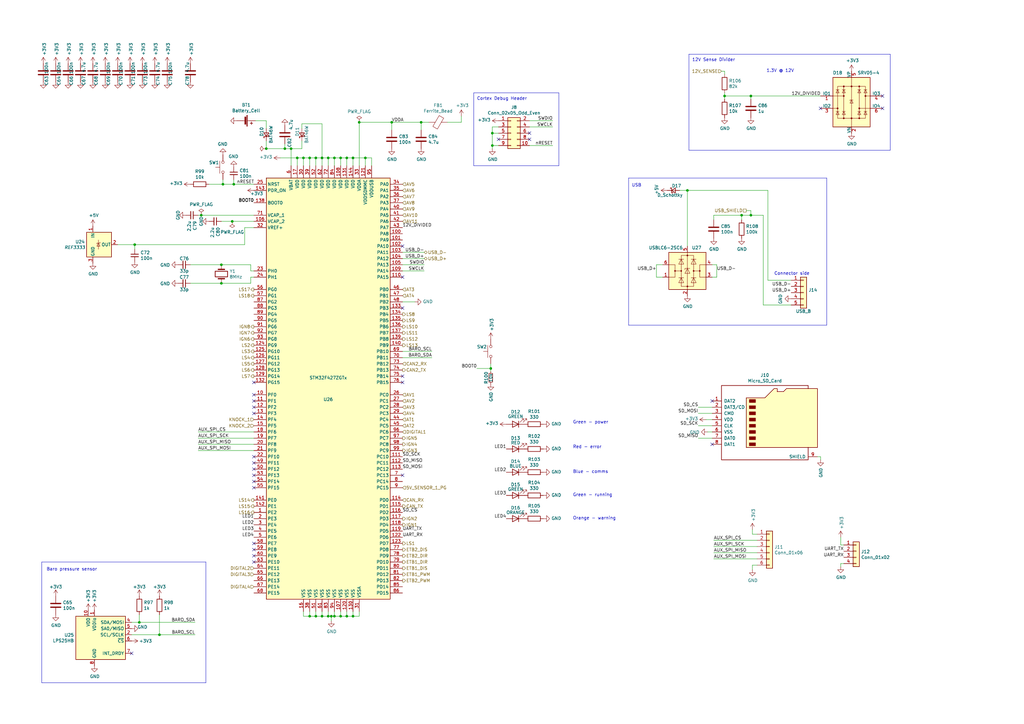
<source format=kicad_sch>
(kicad_sch (version 20230121) (generator eeschema)
  (paper "A3")
  (title_block (title "rusEfi Proteus") (date "2022-04-09") (rev "v0.7") (company "rusEFI") (comment 1 "github.com/mck1117/proteus") (comment 2 "rusefi.com/s/proteus"))
  (junction (at 172.72 50.165))
  (junction (at 134.62 252.73))
  (junction (at 65.405 260.35))
  (junction (at 90.805 108.585))
  (junction (at 132.08 64.77))
  (junction (at 281.94 78.105))
  (junction (at 142.24 64.77))
  (junction (at 160.655 50.165))
  (junction (at 129.54 64.77))
  (junction (at 129.54 252.73))
  (junction (at 149.86 64.77))
  (junction (at 201.295 151.13))
  (junction (at 119.38 60.96))
  (junction (at 109.22 60.96))
  (junction (at 127 64.77))
  (junction (at 307.975 88.265))
  (junction (at 121.92 64.77))
  (junction (at 201.93 54.61))
  (junction (at 307.975 39.37))
  (junction (at 137.16 64.77))
  (junction (at 297.18 39.37))
  (junction (at 95.25 90.805))
  (junction (at 116.84 60.96))
  (junction (at 132.08 252.73))
  (junction (at 139.7 252.73))
  (junction (at 142.24 252.73))
  (junction (at 134.62 64.77))
  (junction (at 201.93 59.69))
  (junction (at 90.805 116.205))
  (junction (at 124.46 64.77))
  (junction (at 135.89 252.73))
  (junction (at 137.16 252.73))
  (junction (at 147.32 50.165))
  (junction (at 91.44 75.565))
  (junction (at 144.78 64.77))
  (junction (at 139.7 64.77))
  (junction (at 95.885 75.565))
  (junction (at 304.165 88.265))
  (junction (at 55.245 100.33))
  (junction (at 144.78 252.73))
  (junction (at 82.55 88.265))
  (junction (at 127 252.73))
  (junction (at 57.15 255.27))
  (no_connect (at 217.17 54.61))
  (no_connect (at 217.17 57.15))
  (no_connect (at 104.14 156.845))
  (no_connect (at 104.14 227.965))
  (no_connect (at 104.14 197.485))
  (no_connect (at 165.1 126.365))
  (no_connect (at 165.1 154.305))
  (no_connect (at 104.14 189.865))
  (no_connect (at 104.14 164.465))
  (no_connect (at 104.14 167.005))
  (no_connect (at 53.975 267.97))
  (no_connect (at 292.1 182.245))
  (no_connect (at 165.1 194.945))
  (no_connect (at 104.14 222.885))
  (no_connect (at 104.14 187.325))
  (no_connect (at 104.14 230.505))
  (no_connect (at 104.14 192.405))
  (no_connect (at 104.14 161.925))
  (no_connect (at 104.14 200.025))
  (no_connect (at 104.14 169.545))
  (no_connect (at 204.47 57.15))
  (no_connect (at 104.14 225.425))
  (no_connect (at 336.55 44.45))
  (no_connect (at 104.14 194.945))
  (no_connect (at 165.1 100.965))
  (no_connect (at 165.1 113.665))
  (no_connect (at 361.95 39.37))
  (no_connect (at 361.95 44.45))
  (no_connect (at 165.1 156.845))
  (no_connect (at 292.1 164.465))
  (wire (pts (xy 104.14 182.245) (xy 81.28 182.245)))
  (wire (pts (xy 292.1 108.585) (xy 294.005 108.585)))
  (wire (pts (xy 137.16 252.73) (xy 139.7 252.73)))
  (wire (pts (xy 53.975 255.27) (xy 57.15 255.27)))
  (wire (pts (xy 129.54 64.77) (xy 129.54 67.945)))
  (wire (pts (xy 308.61 231.775) (xy 310.515 231.775)))
  (wire (pts (xy 142.24 64.77) (xy 142.24 67.945)))
  (wire (pts (xy 65.405 260.35) (xy 80.01 260.35)))
  (wire (pts (xy 297.18 29.21) (xy 295.91 29.21)))
  (wire (pts (xy 314.96 78.105) (xy 281.94 78.105)))
  (polyline (pts (xy 17.145 230.505) (xy 17.145 280.035)))
  (wire (pts (xy 129.54 250.825) (xy 129.54 252.73)))
  (wire (pts (xy 201.93 54.61) (xy 201.93 52.07)))
  (wire (pts (xy 306.07 86.36) (xy 307.975 86.36)))
  (wire (pts (xy 308.61 219.075) (xy 310.515 219.075)))
  (polyline (pts (xy 84.455 230.505) (xy 17.145 230.505)))
  (wire (pts (xy 201.93 59.69) (xy 201.93 60.96)))
  (wire (pts (xy 95.25 90.805) (xy 104.14 90.805)))
  (wire (pts (xy 55.245 100.33) (xy 100.33 100.33)))
  (wire (pts (xy 144.78 252.73) (xy 144.78 250.825)))
  (wire (pts (xy 183.515 50.165) (xy 189.23 50.165)))
  (wire (pts (xy 135.89 252.73) (xy 137.16 252.73)))
  (wire (pts (xy 201.295 151.13) (xy 201.295 149.225)))
  (wire (pts (xy 152.4 64.77) (xy 149.86 64.77)))
  (wire (pts (xy 152.4 67.945) (xy 152.4 64.77)))
  (wire (pts (xy 53.975 260.35) (xy 65.405 260.35)))
  (wire (pts (xy 124.46 64.77) (xy 124.46 67.945)))
  (wire (pts (xy 344.805 231.14) (xy 346.075 231.14)))
  (wire (pts (xy 172.72 50.165) (xy 175.895 50.165)))
  (wire (pts (xy 127 64.77) (xy 127 67.945)))
  (wire (pts (xy 281.94 100.965) (xy 281.94 78.105)))
  (wire (pts (xy 48.26 100.33) (xy 55.245 100.33)))
  (wire (pts (xy 307.975 88.265) (xy 304.165 88.265)))
  (wire (pts (xy 149.86 64.77) (xy 149.86 67.945)))
  (wire (pts (xy 290.195 177.165) (xy 292.1 177.165)))
  (wire (pts (xy 304.165 88.265) (xy 292.735 88.265)))
  (wire (pts (xy 82.55 88.265) (xy 81.28 88.265)))
  (wire (pts (xy 137.16 64.77) (xy 139.7 64.77)))
  (polyline (pts (xy 257.81 73.025) (xy 339.09 73.025)))
  (wire (pts (xy 137.16 67.945) (xy 137.16 64.77)))
  (wire (pts (xy 109.22 49.53) (xy 109.22 52.705)))
  (wire (pts (xy 55.245 100.33) (xy 55.245 102.235)))
  (wire (pts (xy 307.975 39.37) (xy 336.55 39.37)))
  (wire (pts (xy 121.92 64.77) (xy 124.46 64.77)))
  (polyline (pts (xy 229.235 38.1) (xy 229.235 67.945)))
  (wire (pts (xy 132.08 64.77) (xy 134.62 64.77)))
  (wire (pts (xy 144.78 64.77) (xy 144.78 67.945)))
  (wire (pts (xy 139.7 250.825) (xy 139.7 252.73)))
  (wire (pts (xy 308.61 233.68) (xy 308.61 231.775)))
  (wire (pts (xy 57.15 252.095) (xy 57.15 255.27)))
  (polyline (pts (xy 194.31 38.1) (xy 229.235 38.1)))
  (wire (pts (xy 292.735 221.615) (xy 310.515 221.615)))
  (wire (pts (xy 201.93 52.07) (xy 204.47 52.07)))
  (wire (pts (xy 104.775 49.53) (xy 109.22 49.53)))
  (wire (pts (xy 57.15 255.27) (xy 80.01 255.27)))
  (wire (pts (xy 165.1 146.685) (xy 177.165 146.685)))
  (wire (pts (xy 116.84 60.96) (xy 109.22 60.96)))
  (wire (pts (xy 292.1 113.665) (xy 294.005 113.665)))
  (wire (pts (xy 137.16 250.825) (xy 137.16 252.73)))
  (wire (pts (xy 129.54 252.73) (xy 132.08 252.73)))
  (wire (pts (xy 95.885 75.565) (xy 95.885 73.66)))
  (wire (pts (xy 123.825 60.96) (xy 119.38 60.96)))
  (polyline (pts (xy 365.125 61.595) (xy 365.125 22.225)))
  (wire (pts (xy 134.62 64.77) (xy 137.16 64.77)))
  (wire (pts (xy 313.055 125.095) (xy 324.485 125.095)))
  (polyline (pts (xy 194.31 67.945) (xy 229.235 67.945)))
  (polyline (pts (xy 257.81 133.35) (xy 257.81 73.025)))
  (wire (pts (xy 147.32 50.165) (xy 147.32 67.945)))
  (wire (pts (xy 132.08 67.945) (xy 132.08 64.77)))
  (wire (pts (xy 297.18 30.48) (xy 297.18 29.21)))
  (wire (pts (xy 104.14 111.125) (xy 102.87 111.125)))
  (wire (pts (xy 142.24 64.77) (xy 144.78 64.77)))
  (wire (pts (xy 189.23 50.165) (xy 189.23 47.625)))
  (wire (pts (xy 173.99 111.125) (xy 165.1 111.125)))
  (wire (pts (xy 129.54 64.77) (xy 132.08 64.77)))
  (wire (pts (xy 114.935 64.77) (xy 121.92 64.77)))
  (wire (pts (xy 127 64.77) (xy 129.54 64.77)))
  (wire (pts (xy 269.24 108.585) (xy 271.78 108.585)))
  (wire (pts (xy 173.99 103.505) (xy 165.1 103.505)))
  (wire (pts (xy 127 252.73) (xy 129.54 252.73)))
  (wire (pts (xy 292.735 224.155) (xy 310.515 224.155)))
  (wire (pts (xy 286.385 167.005) (xy 292.1 167.005)))
  (wire (pts (xy 102.87 111.125) (xy 102.87 108.585)))
  (wire (pts (xy 90.805 108.585) (xy 102.87 108.585)))
  (wire (pts (xy 132.08 250.825) (xy 132.08 252.73)))
  (wire (pts (xy 201.93 59.69) (xy 201.93 54.61)))
  (wire (pts (xy 297.18 39.37) (xy 307.975 39.37)))
  (wire (pts (xy 165.1 106.045) (xy 173.99 106.045)))
  (wire (pts (xy 304.165 90.17) (xy 304.165 88.265)))
  (wire (pts (xy 286.385 169.545) (xy 292.1 169.545)))
  (wire (pts (xy 81.28 179.705) (xy 104.14 179.705)))
  (wire (pts (xy 134.62 252.73) (xy 134.62 250.825)))
  (wire (pts (xy 173.99 108.585) (xy 165.1 108.585)))
  (wire (pts (xy 201.295 151.13) (xy 195.58 151.13)))
  (wire (pts (xy 281.94 78.105) (xy 278.765 78.105)))
  (wire (pts (xy 104.14 88.265) (xy 82.55 88.265)))
  (wire (pts (xy 144.78 252.73) (xy 147.32 252.73)))
  (wire (pts (xy 269.24 113.665) (xy 271.78 113.665)))
  (wire (pts (xy 139.7 252.73) (xy 142.24 252.73)))
  (wire (pts (xy 121.92 64.77) (xy 121.92 67.945)))
  (wire (pts (xy 217.17 52.07) (xy 226.695 52.07)))
  (wire (pts (xy 119.38 60.96) (xy 116.84 60.96)))
  (wire (pts (xy 90.805 108.585) (xy 78.105 108.585)))
  (wire (pts (xy 85.725 75.565) (xy 91.44 75.565)))
  (wire (pts (xy 95.885 75.565) (xy 104.14 75.565)))
  (wire (pts (xy 102.87 116.205) (xy 102.87 113.665)))
  (wire (pts (xy 65.405 252.095) (xy 65.405 260.35)))
  (polyline (pts (xy 282.575 22.225) (xy 365.125 22.225)))
  (wire (pts (xy 201.295 152.4) (xy 201.295 151.13)))
  (wire (pts (xy 90.805 116.205) (xy 102.87 116.205)))
  (wire (pts (xy 91.44 75.565) (xy 95.885 75.565)))
  (wire (pts (xy 324.485 114.935) (xy 314.96 114.935)))
  (wire (pts (xy 144.78 64.77) (xy 149.86 64.77)))
  (wire (pts (xy 217.17 49.53) (xy 226.695 49.53)))
  (polyline (pts (xy 339.09 73.025) (xy 339.09 133.35)))
  (wire (pts (xy 123.825 57.785) (xy 123.825 60.96)))
  (wire (pts (xy 124.46 252.73) (xy 127 252.73)))
  (polyline (pts (xy 282.575 22.225) (xy 282.575 61.595)))
  (wire (pts (xy 172.72 50.165) (xy 160.655 50.165)))
  (wire (pts (xy 139.7 64.77) (xy 142.24 64.77)))
  (wire (pts (xy 160.655 50.165) (xy 160.655 53.34)))
  (wire (pts (xy 204.47 54.61) (xy 201.93 54.61)))
  (wire (pts (xy 81.28 177.165) (xy 104.14 177.165)))
  (wire (pts (xy 297.18 39.37) (xy 297.18 40.64)))
  (wire (pts (xy 142.24 252.73) (xy 144.78 252.73)))
  (wire (pts (xy 307.975 39.37) (xy 307.975 40.64)))
  (wire (pts (xy 344.805 220.345) (xy 344.805 223.52)))
  (wire (pts (xy 102.87 113.665) (xy 104.14 113.665)))
  (wire (pts (xy 170.18 123.825) (xy 165.1 123.825)))
  (wire (pts (xy 132.08 64.77) (xy 132.08 50.8)))
  (polyline (pts (xy 194.31 38.1) (xy 194.31 67.945)))
  (wire (pts (xy 147.32 50.165) (xy 160.655 50.165)))
  (wire (pts (xy 78.105 116.205) (xy 90.805 116.205)))
  (wire (pts (xy 226.695 59.69) (xy 217.17 59.69)))
  (wire (pts (xy 344.805 232.41) (xy 344.805 231.14)))
  (wire (pts (xy 286.385 179.705) (xy 292.1 179.705)))
  (wire (pts (xy 135.89 254.635) (xy 135.89 252.73)))
  (wire (pts (xy 289.56 172.085) (xy 292.1 172.085)))
  (wire (pts (xy 139.7 67.945) (xy 139.7 64.77)))
  (wire (pts (xy 147.32 252.73) (xy 147.32 250.825)))
  (wire (pts (xy 269.24 108.585) (xy 269.24 113.665)))
  (wire (pts (xy 116.84 59.055) (xy 116.84 60.96)))
  (wire (pts (xy 132.08 252.73) (xy 134.62 252.73)))
  (polyline (pts (xy 339.09 133.35) (xy 257.81 133.35)))
  (wire (pts (xy 313.055 88.265) (xy 313.055 125.095)))
  (wire (pts (xy 100.33 93.345) (xy 104.14 93.345)))
  (wire (pts (xy 310.515 226.695) (xy 292.735 226.695)))
  (wire (pts (xy 90.805 90.805) (xy 95.25 90.805)))
  (wire (pts (xy 310.515 229.235) (xy 292.735 229.235)))
  (wire (pts (xy 172.72 53.34) (xy 172.72 50.165)))
  (wire (pts (xy 134.62 252.73) (xy 135.89 252.73)))
  (wire (pts (xy 123.825 50.8) (xy 123.825 52.705)))
  (wire (pts (xy 314.96 78.105) (xy 314.96 114.935)))
  (polyline (pts (xy 282.575 61.595) (xy 365.125 61.595)))
  (wire (pts (xy 124.46 250.825) (xy 124.46 252.73)))
  (wire (pts (xy 308.61 217.17) (xy 308.61 219.075)))
  (wire (pts (xy 104.14 184.785) (xy 81.28 184.785)))
  (wire (pts (xy 286.385 174.625) (xy 292.1 174.625)))
  (wire (pts (xy 204.47 59.69) (xy 201.93 59.69)))
  (wire (pts (xy 119.38 60.96) (xy 119.38 67.945)))
  (wire (pts (xy 124.46 64.77) (xy 127 64.77)))
  (wire (pts (xy 336.55 188.595) (xy 336.55 187.325)))
  (wire (pts (xy 109.22 60.96) (xy 109.22 57.785)))
  (wire (pts (xy 294.005 108.585) (xy 294.005 113.665)))
  (wire (pts (xy 177.165 144.145) (xy 165.1 144.145)))
  (polyline (pts (xy 84.455 280.035) (xy 84.455 230.505)))
  (wire (pts (xy 132.08 50.8) (xy 123.825 50.8)))
  (wire (pts (xy 336.55 187.325) (xy 335.28 187.325)))
  (polyline (pts (xy 17.145 280.035) (xy 84.455 280.035)))
  (wire (pts (xy 297.18 38.1) (xy 297.18 39.37)))
  (wire (pts (xy 307.975 86.36) (xy 307.975 88.265)))
  (wire (pts (xy 100.33 93.345) (xy 100.33 100.33)))
  (wire (pts (xy 292.735 88.265) (xy 292.735 90.17)))
  (wire (pts (xy 344.805 223.52) (xy 346.075 223.52)))
  (wire (pts (xy 313.055 88.265) (xy 307.975 88.265)))
  (wire (pts (xy 127 252.73) (xy 127 250.825)))
  (wire (pts (xy 134.62 67.945) (xy 134.62 64.77)))
  (wire (pts (xy 142.24 252.73) (xy 142.24 250.825)))
  (wire (pts (xy 91.44 73.66) (xy 91.44 75.565)))
  (text "Orange - warning" (at 234.95 213.36 0) (effects (font (size 1.27 1.27)) (justify left bottom)))
  (text "Connector side" (at 317.5 113.03 0) (effects (font (size 1.27 1.27)) (justify left bottom)))
  (text "USB" (at 259.08 76.835 0) (effects (font (size 1.27 1.27)) (justify left bottom)))
  (text "1.3V @ 12V" (at 314.325 29.845 0) (effects (font (size 1.27 1.27)) (justify left bottom)))
  (text "Cortex Debug Header" (at 195.58 41.275 0) (effects (font (size 1.27 1.27)) (justify left bottom)))
  (text "Baro pressure sensor" (at 19.05 234.315 0) (effects (font (size 1.27 1.27)) (justify left bottom)))
  (text "Blue - comms" (at 234.95 194.31 0) (effects (font (size 1.27 1.27)) (justify left bottom)))
  (text "Green - power" (at 234.95 173.99 0) (effects (font (size 1.27 1.27)) (justify left bottom)))
  (text "12V Sense Divider" (at 283.845 25.4 0) (effects (font (size 1.27 1.27)) (justify left bottom)))
  (text "Red - error" (at 234.95 184.15 0) (effects (font (size 1.27 1.27)) (justify left bottom)))
  (text "Green - running" (at 234.95 203.835 0) (effects (font (size 1.27 1.27)) (justify left bottom)))
  (label "12V_DIVIDED" (at 336.55 39.37 180))
  (label "SD_CS" (at 286.385 167.005 180))
  (label "AUX_SPI_MOSI" (at 292.735 229.235 0))
  (label "VDDA" (at 160.655 50.165 0))
  (label "AUX_SPI_CS" (at 292.735 221.615 0))
  (label "BOOT0" (at 195.58 151.13 180))
  (label "LED1" (at 207.645 184.15 180))
  (label "LED4" (at 104.14 220.345 180))
  (label "12V_DIVIDED" (at 165.1 93.345 0))
  (label "SWCLK" (at 226.695 52.07 180))
  (label "USB_D-" (at 173.99 103.505 180))
  (label "LED3" (at 207.645 203.2 180))
  (label "SD_SCK" (at 286.385 174.625 180))
  (label "SWDIO" (at 173.99 108.585 180))
  (label "AUX_SPI_MISO" (at 81.28 182.245 0))
  (label "SWDIO" (at 226.695 49.53 180))
  (label "SD_MISO" (at 165.1 189.865 0))
  (label "USB_D+" (at 324.485 120.015 180))
  (label "USB_D-" (at 324.485 117.475 180))
  (label "SD_MISO" (at 286.385 179.705 180))
  (label "BARO_SDA" (at 80.01 255.27 180))
  (label "LED3" (at 104.14 217.805 180))
  (label "BARO_SCL" (at 177.165 144.145 180))
  (label "SD_MOSI" (at 165.1 192.405 0))
  (label "AUX_SPI_CS" (at 81.28 177.165 0))
  (label "LED2" (at 207.645 193.675 180))
  (label "BARO_SCL" (at 80.01 260.35 180))
  (label "BARO_SDA" (at 177.165 146.685 180))
  (label "SD_SCK" (at 165.1 187.325 0))
  (label "USB_D+" (at 173.99 106.045 180))
  (label "USB_D+" (at 269.24 111.125 180))
  (label "SWCLK" (at 173.99 111.125 180))
  (label "AUX_SPI_MOSI" (at 81.28 184.785 0))
  (label "SD_MOSI" (at 286.385 169.545 180))
  (label "nRESET" (at 226.695 59.69 180))
  (label "LED2" (at 104.14 215.265 180))
  (label "USB_D-" (at 294.005 111.125 0))
  (label "UART_RX" (at 346.075 228.6 180))
  (label "LED1" (at 104.14 212.725 180))
  (label "nRESET" (at 97.155 75.565 0))
  (label "UART_TX" (at 165.1 217.805 0))
  (label "AUX_SPI_SCK" (at 81.28 179.705 0))
  (label "AUX_SPI_SCK" (at 292.735 224.155 0))
  (label "UART_RX" (at 165.1 220.345 0))
  (label "SD_CS" (at 165.1 210.185 0))
  (label "UART_TX" (at 346.075 226.06 180))
  (label "LED4" (at 207.645 212.725 180))
  (label "AUX_SPI_MISO" (at 292.735 226.695 0))
  (label "BOOT0" (at 104.14 83.185 180))
  (label "BOOT0" (at 104.14 83.185 180))
  (hierarchical_label "USB_D-" (shape bidirectional) (at 173.99 103.505 0))
  (hierarchical_label "AT1" (shape input) (at 165.1 172.085 0))
  (hierarchical_label "ETB1_PWM" (shape output) (at 165.1 235.585 0))
  (hierarchical_label "IGN2" (shape output) (at 165.1 212.725 0))
  (hierarchical_label "IGN4" (shape output) (at 165.1 182.245 0))
  (hierarchical_label "CAN_RX" (shape input) (at 165.1 205.105 0))
  (hierarchical_label "DIGITAL1" (shape input) (at 165.1 177.165 0))
  (hierarchical_label "LS8" (shape output) (at 165.1 128.905 0))
  (hierarchical_label "CAN2_TX" (shape output) (at 165.1 151.765 0))
  (hierarchical_label "AV8" (shape input) (at 165.1 83.185 0))
  (hierarchical_label "12V_SENSE" (shape input) (at 295.91 29.21 180))
  (hierarchical_label "ETB2_PWM" (shape output) (at 165.1 238.125 0))
  (hierarchical_label "LS18" (shape output) (at 104.14 121.285 180))
  (hierarchical_label "KNOCK_1" (shape input) (at 104.14 172.085 180))
  (hierarchical_label "LS5" (shape output) (at 104.14 149.225 180))
  (hierarchical_label "ETB2_DIS" (shape output) (at 165.1 225.425 0))
  (hierarchical_label "ETB1_DIR" (shape output) (at 165.1 230.505 0))
  (hierarchical_label "AV6" (shape input) (at 165.1 78.105 0))
  (hierarchical_label "LS12" (shape output) (at 165.1 139.065 0))
  (hierarchical_label "AV11" (shape input) (at 165.1 90.805 0))
  (hierarchical_label "AV5" (shape input) (at 165.1 75.565 0))
  (hierarchical_label "LS7" (shape output) (at 104.14 154.305 180))
  (hierarchical_label "LS17" (shape output) (at 104.14 118.745 180))
  (hierarchical_label "AT3" (shape input) (at 165.1 118.745 0))
  (hierarchical_label "LS15" (shape output) (at 104.14 207.645 180))
  (hierarchical_label "AV4" (shape input) (at 165.1 169.545 0))
  (hierarchical_label "AT4" (shape input) (at 165.1 121.285 0))
  (hierarchical_label "DIGITAL2" (shape input) (at 104.14 233.045 180))
  (hierarchical_label "ETB2_DIR" (shape output) (at 165.1 227.965 0))
  (hierarchical_label "LS11" (shape output) (at 165.1 136.525 0))
  (hierarchical_label "LS6" (shape output) (at 104.14 151.765 180))
  (hierarchical_label "LS13" (shape output) (at 165.1 141.605 0))
  (hierarchical_label "AV3" (shape input) (at 165.1 167.005 0))
  (hierarchical_label "LS2" (shape output) (at 104.14 141.605 180))
  (hierarchical_label "IGN8" (shape output) (at 104.14 133.985 180))
  (hierarchical_label "IGN1" (shape output) (at 165.1 215.265 0))
  (hierarchical_label "CAN_TX" (shape output) (at 165.1 207.645 0))
  (hierarchical_label "5V_SENSOR_1_PG" (shape input) (at 165.1 200.025 0))
  (hierarchical_label "KNOCK_2" (shape input) (at 104.14 174.625 180))
  (hierarchical_label "USB_D+" (shape bidirectional) (at 173.99 106.045 0))
  (hierarchical_label "LS14" (shape output) (at 104.14 205.105 180))
  (hierarchical_label "DIGITAL3" (shape input) (at 104.14 235.585 180))
  (hierarchical_label "LS3" (shape output) (at 104.14 144.145 180))
  (hierarchical_label "IGN6" (shape output) (at 104.14 139.065 180))
  (hierarchical_label "AV1" (shape input) (at 165.1 161.925 0))
  (hierarchical_label "ETB1_DIS" (shape output) (at 165.1 233.045 0))
  (hierarchical_label "DIGITAL4" (shape input) (at 104.14 240.665 180))
  (hierarchical_label "LS9" (shape output) (at 165.1 131.445 0))
  (hierarchical_label "LS16" (shape output) (at 104.14 210.185 180))
  (hierarchical_label "LS4" (shape output) (at 104.14 146.685 180))
  (hierarchical_label "USB_SHIELD" (shape passive) (at 306.07 86.36 180))
  (hierarchical_label "LS10" (shape output) (at 165.1 133.985 0))
  (hierarchical_label "IGN5" (shape output) (at 165.1 179.705 0))
  (hierarchical_label "AV10" (shape input) (at 165.1 88.265 0))
  (hierarchical_label "AV2" (shape input) (at 165.1 164.465 0))
  (hierarchical_label "IGN7" (shape output) (at 104.14 136.525 180))
  (hierarchical_label "AV9" (shape input) (at 165.1 85.725 0))
  (hierarchical_label "LS1" (shape output) (at 165.1 222.885 0))
  (hierarchical_label "AV7" (shape input) (at 165.1 80.645 0))
  (hierarchical_label "CAN2_RX" (shape input) (at 165.1 149.225 0))
  (hierarchical_label "AT2" (shape input) (at 165.1 174.625 0))
  (hierarchical_label "IGN3" (shape output) (at 165.1 184.785 0))
  (symbol (lib_id "MCU_ST_STM32F7:STM32F767ZITx") (at 134.62 159.385 0) (unit 1)
    (property "Reference" "U26" (at 134.62 163.83 0))
    (property "Value" "STM32F427ZGTx" (at 134.62 154.94 0))
    (property "Footprint" "Package_QFP:LQFP-144_20x20mm_P0.5mm" (effects hide))
    (property "Datasheet" "http://www.st.com/st-web-ui/static/active/en/resource/technical/document/datasheet/DM00273119.pdf" (effects hide))
    (property "PN" "STM32F767ZIT6" (effects hide))
    (property "LCSC" "C117816" (effects hide))
  )
  (symbol (lib_id "Device:C") (at 43.18 29.845 0) (mirror x) (unit 1)
    (property "Reference" "C69" (at 44.45 31.115 90) (effects (justify left)))
    (property "Value" "100n" (at 44.45 25.4 90) (effects (justify left)))
    (property "Footprint" "Capacitor_SMD:C_0603_1608Metric" (effects hide))
    (property "LCSC" "C14663" (effects hide))
    (property "LCSC_ext" "0" (effects hide))
  )
  (symbol (lib_id "Device:C") (at 48.26 29.845 0) (mirror x) (unit 1)
    (property "Reference" "C70" (at 49.53 31.115 90) (effects (justify left)))
    (property "Value" "100n" (at 49.53 25.4 90) (effects (justify left)))
    (property "Footprint" "Capacitor_SMD:C_0603_1608Metric" (effects hide))
    (property "LCSC" "C14663" (effects hide))
    (property "LCSC_ext" "0" (effects hide))
  )
  (symbol (lib_id "Device:C") (at 53.34 29.845 0) (mirror x) (unit 1)
    (property "Reference" "C71" (at 54.61 31.115 90) (effects (justify left)))
    (property "Value" "100n" (at 54.61 25.4 90) (effects (justify left)))
    (property "Footprint" "Capacitor_SMD:C_0603_1608Metric" (effects hide))
    (property "LCSC" "C14663" (effects hide))
    (property "LCSC_ext" "0" (effects hide))
  )
  (symbol (lib_id "Device:C") (at 58.42 29.845 0) (mirror x) (unit 1)
    (property "Reference" "C73" (at 59.69 31.115 90) (effects (justify left)))
    (property "Value" "100n" (at 59.69 25.4 90) (effects (justify left)))
    (property "Footprint" "Capacitor_SMD:C_0603_1608Metric" (effects hide))
    (property "LCSC" "C14663" (effects hide))
    (property "LCSC_ext" "0" (effects hide))
  )
  (symbol (lib_id "Device:C") (at 63.5 29.845 0) (mirror x) (unit 1)
    (property "Reference" "C74" (at 64.77 31.115 90) (effects (justify left)))
    (property "Value" "4.7u" (at 64.77 25.4 90) (effects (justify left)))
    (property "Footprint" "Capacitor_SMD:C_0603_1608Metric" (effects hide))
    (property "PN" "CGA3E2X7R1H103M080AA" (effects hide))
    (property "LCSC" "C19666" (effects hide))
    (property "LCSC_ext" "0" (effects hide))
  )
  (symbol (lib_id "Device:C") (at 68.58 29.845 0) (mirror x) (unit 1)
    (property "Reference" "C75" (at 69.85 31.115 90) (effects (justify left)))
    (property "Value" "100n" (at 69.85 25.4 90) (effects (justify left)))
    (property "Footprint" "Capacitor_SMD:C_0603_1608Metric" (effects hide))
    (property "LCSC" "C14663" (effects hide))
    (property "LCSC_ext" "0" (effects hide))
  )
  (symbol (lib_id "power:GND") (at 22.86 33.655 0) (mirror y) (unit 1)
    (property "Reference" "#PWR0153" (effects hide))
    (property "Value" "GND" (effects hide))
  )
  (symbol (lib_id "power:GND") (at 27.94 33.655 0) (mirror y) (unit 1)
    (property "Reference" "#PWR0157" (effects hide))
    (property "Value" "GND" (effects hide))
  )
  (symbol (lib_id "power:GND") (at 33.02 33.655 0) (mirror y) (unit 1)
    (property "Reference" "#PWR0159" (effects hide))
    (property "Value" "GND" (effects hide))
  )
  (symbol (lib_id "power:GND") (at 38.1 33.655 0) (mirror y) (unit 1)
    (property "Reference" "#PWR0162" (effects hide))
    (property "Value" "GND" (effects hide))
  )
  (symbol (lib_id "power:GND") (at 43.18 33.655 0) (mirror y) (unit 1)
    (property "Reference" "#PWR0168" (effects hide))
    (property "Value" "GND" (effects hide))
  )
  (symbol (lib_id "power:GND") (at 48.26 33.655 0) (mirror y) (unit 1)
    (property "Reference" "#PWR0170" (effects hide))
    (property "Value" "GND" (effects hide))
  )
  (symbol (lib_id "power:GND") (at 53.34 33.655 0) (mirror y) (unit 1)
    (property "Reference" "#PWR0172" (effects hide))
    (property "Value" "GND" (effects hide))
  )
  (symbol (lib_id "power:GND") (at 58.42 33.655 0) (mirror y) (unit 1)
    (property "Reference" "#PWR0178" (effects hide))
    (property "Value" "GND" (effects hide))
  )
  (symbol (lib_id "power:GND") (at 63.5 33.655 0) (mirror y) (unit 1)
    (property "Reference" "#PWR0180" (effects hide))
    (property "Value" "GND" (effects hide))
  )
  (symbol (lib_id "power:GND") (at 68.58 33.655 0) (mirror y) (unit 1)
    (property "Reference" "#PWR0183" (effects hide))
    (property "Value" "GND" (effects hide))
  )
  (symbol (lib_id "Device:C") (at 78.105 29.845 180) (unit 1)
    (property "Reference" "C78" (at 76.835 31.115 90) (effects (justify left)))
    (property "Value" "4.7u" (at 76.835 25.4 90) (effects (justify left)))
    (property "Footprint" "Capacitor_SMD:C_0603_1608Metric" (effects hide))
    (property "PN" "CGA3E2X7R1H103M080AA" (effects hide))
    (property "LCSC" "C19666" (effects hide))
    (property "LCSC_ext" "0" (effects hide))
  )
  (symbol (lib_id "power:GND") (at 78.105 33.655 0) (unit 1)
    (property "Reference" "#PWR0188" (effects hide))
    (property "Value" "GND" (effects hide))
  )
  (symbol (lib_id "Device:LED") (at 211.455 173.99 180) (unit 1)
    (property "Reference" "D12" (at 211.455 168.91 0))
    (property "Value" "GREEN" (at 211.455 170.815 0))
    (property "Footprint" "LED_SMD:LED_0603_1608Metric" (effects hide))
    (property "LCSC" "C72043" (effects hide))
    (property "LCSC_ext" "0" (effects hide))
  )
  (symbol (lib_id "proteus-rescue:+3.3V-power") (at 207.645 173.99 90) (unit 1)
    (property "Reference" "#PWR0206" (effects hide))
    (property "Value" "+3.3V" (at 204.3938 173.609 90) (effects (justify left)))
  )
  (symbol (lib_id "Device:R") (at 219.075 173.99 270) (unit 1)
    (property "Reference" "R101" (at 219.075 168.7322 90))
    (property "Value" "330" (at 219.075 171.0436 90))
    (property "Footprint" "Resistor_SMD:R_0402_1005Metric" (effects hide))
    (property "LCSC" "C25104" (effects hide))
  )
  (symbol (lib_id "power:GND") (at 222.885 173.99 90) (unit 1)
    (property "Reference" "#PWR0209" (effects hide))
    (property "Value" "GND" (at 226.1362 173.863 90) (effects (justify right)))
  )
  (symbol (lib_id "Switch:SW_Push") (at 91.44 68.58 90) (unit 1)
    (property "Reference" "SW1" (at 85.725 66.675 90) (effects (justify right)))
    (property "Value" "SW_Push" (effects hide))
    (property "Footprint" "Button_Switch_SMD:SW_SPST_EVQQ2" (effects hide))
    (property "LCSC" "C318887" (effects hide))
    (property "LCSC_ext" "1" (effects hide))
  )
  (symbol (lib_id "power:GND") (at 91.44 63.5 180) (unit 1)
    (property "Reference" "#PWR0191" (effects hide))
    (property "Value" "GND" (at 91.313 59.1058 0))
  )
  (symbol (lib_id "proteus-rescue:+3.3V-power") (at 104.14 78.105 90) (unit 1)
    (property "Reference" "#PWR0194" (effects hide))
    (property "Value" "+3.3V" (at 107.95 79.375 90) (effects (justify left)))
  )
  (symbol (lib_id "power:GND") (at 135.89 254.635 0) (unit 1)
    (property "Reference" "#PWR0197" (effects hide))
    (property "Value" "GND" (at 136.017 259.0292 0))
  )
  (symbol (lib_id "proteus-rescue:+3.3V-power") (at 114.935 64.77 90) (unit 1)
    (property "Reference" "#PWR0195" (effects hide))
    (property "Value" "+3.3V" (at 111.6838 64.389 90) (effects (justify left)))
  )
  (symbol (lib_id "proteus-rescue:Ferrite_Bead-Device") (at 179.705 50.165 270) (unit 1)
    (property "Reference" "FB1" (at 179.705 43.2054 90))
    (property "Value" "Ferrite_Bead" (at 179.705 45.5168 90))
    (property "Footprint" "Inductor_SMD:L_0805_2012Metric" (effects hide))
    (property "LCSC" "C1015" (effects hide))
    (property "LCSC_ext" "0" (effects hide))
  )
  (symbol (lib_id "Device:C") (at 172.72 57.15 0) (unit 1)
    (property "Reference" "C84" (at 175.641 55.9816 0) (effects (justify left)))
    (property "Value" "4.7u" (at 175.641 58.293 0) (effects (justify left)))
    (property "Footprint" "Capacitor_SMD:C_0603_1608Metric" (effects hide))
    (property "LCSC" "C19666" (effects hide))
    (property "LCSC_ext" "0" (effects hide))
  )
  (symbol (lib_id "Device:C") (at 160.655 57.15 0) (unit 1)
    (property "Reference" "C83" (at 163.576 55.9816 0) (effects (justify left)))
    (property "Value" "100n" (at 163.576 58.293 0) (effects (justify left)))
    (property "Footprint" "Capacitor_SMD:C_0603_1608Metric" (effects hide))
    (property "LCSC" "C14663" (effects hide))
    (property "LCSC_ext" "0" (effects hide))
  )
  (symbol (lib_id "power:GND") (at 160.655 60.96 0) (unit 1)
    (property "Reference" "#PWR0198" (effects hide))
    (property "Value" "GND" (at 160.782 65.3542 0))
  )
  (symbol (lib_id "power:GND") (at 172.72 60.96 0) (unit 1)
    (property "Reference" "#PWR0200" (effects hide))
    (property "Value" "GND" (at 172.847 65.3542 0))
  )
  (symbol (lib_id "Device:C") (at 17.78 29.845 0) (mirror x) (unit 1)
    (property "Reference" "C63" (at 19.05 31.115 90) (effects (justify left)))
    (property "Value" "100n" (at 19.05 25.4 90) (effects (justify left)))
    (property "Footprint" "Capacitor_SMD:C_0603_1608Metric" (effects hide))
    (property "LCSC" "C14663" (effects hide))
    (property "LCSC_ext" "0" (effects hide))
  )
  (symbol (lib_id "Device:C") (at 22.86 29.845 0) (mirror x) (unit 1)
    (property "Reference" "C64" (at 24.13 31.115 90) (effects (justify left)))
    (property "Value" "100n" (at 24.13 25.4 90) (effects (justify left)))
    (property "Footprint" "Capacitor_SMD:C_0603_1608Metric" (effects hide))
    (property "LCSC" "C14663" (effects hide))
    (property "LCSC_ext" "0" (effects hide))
  )
  (symbol (lib_id "Device:C") (at 27.94 29.845 0) (mirror x) (unit 1)
    (property "Reference" "C66" (at 29.21 31.115 90) (effects (justify left)))
    (property "Value" "100n" (at 29.21 25.4 90) (effects (justify left)))
    (property "Footprint" "Capacitor_SMD:C_0603_1608Metric" (effects hide))
    (property "LCSC" "C14663" (effects hide))
    (property "LCSC_ext" "0" (effects hide))
  )
  (symbol (lib_id "Device:C") (at 33.02 29.845 0) (mirror x) (unit 1)
    (property "Reference" "C67" (at 34.29 31.115 90) (effects (justify left)))
    (property "Value" "4.7u" (at 34.29 25.4 90) (effects (justify left)))
    (property "Footprint" "Capacitor_SMD:C_0603_1608Metric" (effects hide))
    (property "PN" "CGA3E2X7R1H103M080AA" (effects hide))
    (property "LCSC" "C19666" (effects hide))
    (property "LCSC_ext" "0" (effects hide))
  )
  (symbol (lib_id "Device:C") (at 38.1 29.845 0) (mirror x) (unit 1)
    (property "Reference" "C68" (at 39.37 31.115 90) (effects (justify left)))
    (property "Value" "4.7u" (at 39.37 25.4 90) (effects (justify left)))
    (property "Footprint" "Capacitor_SMD:C_0603_1608Metric" (effects hide))
    (property "PN" "CGA3E2X7R1H103M080AA" (effects hide))
    (property "LCSC" "C19666" (effects hide))
    (property "LCSC_ext" "0" (effects hide))
  )
  (symbol (lib_id "power:GND") (at 17.78 33.655 0) (mirror y) (unit 1)
    (property "Reference" "#PWR0151" (effects hide))
    (property "Value" "GND" (effects hide))
  )
  (symbol (lib_id "Device:C_Small") (at 55.245 104.775 0) (unit 1)
    (property "Reference" "C72" (at 57.5818 103.6066 0) (effects (justify left)))
    (property "Value" "100n" (at 57.5818 105.918 0) (effects (justify left)))
    (property "Footprint" "Capacitor_SMD:C_0603_1608Metric" (effects hide))
    (property "LCSC" "C14663" (effects hide))
    (property "LCSC_ext" "0" (effects hide))
  )
  (symbol (lib_id "Device:C_Small") (at 88.265 90.805 270) (unit 1)
    (property "Reference" "C80" (at 89.4334 93.1418 0) (effects (justify left)))
    (property "Value" "2.2u" (at 87.122 93.1418 0) (effects (justify left)))
    (property "Footprint" "Capacitor_SMD:C_0603_1608Metric" (effects hide))
    (property "LCSC" "C23630" (effects hide))
    (property "LCSC_ext" "0" (effects hide))
  )
  (symbol (lib_id "Device:C_Small") (at 78.74 88.265 270) (unit 1)
    (property "Reference" "C79" (at 79.9084 90.6018 0) (effects (justify left)))
    (property "Value" "2.2u" (at 77.597 90.6018 0) (effects (justify left)))
    (property "Footprint" "Capacitor_SMD:C_0603_1608Metric" (effects hide))
    (property "LCSC" "C23630" (effects hide))
    (property "LCSC_ext" "0" (effects hide))
  )
  (symbol (lib_id "power:GND") (at 85.725 90.805 270) (unit 1)
    (property "Reference" "#PWR0190" (effects hide))
    (property "Value" "GND" (at 82.55 90.805 0))
  )
  (symbol (lib_id "power:GND") (at 76.2 88.265 270) (unit 1)
    (property "Reference" "#PWR0186" (effects hide))
    (property "Value" "GND" (at 73.025 88.265 0))
  )
  (symbol (lib_id "proteus-rescue:+3.3V-power") (at 189.23 47.625 0) (unit 1)
    (property "Reference" "#PWR0201" (effects hide))
    (property "Value" "+3.3V" (at 189.611 43.2308 0))
  )
  (symbol (lib_id "Device:C_Small") (at 95.885 71.12 0) (unit 1)
    (property "Reference" "C81" (at 98.2218 69.9516 0) (effects (justify left)))
    (property "Value" "100n" (at 98.2218 72.263 0) (effects (justify left)))
    (property "Footprint" "Capacitor_SMD:C_0603_1608Metric" (effects hide))
    (property "LCSC" "C14663" (effects hide))
    (property "LCSC_ext" "0" (effects hide))
  )
  (symbol (lib_id "Device:R") (at 81.915 75.565 270) (unit 1)
    (property "Reference" "R99" (at 81.915 70.3072 90))
    (property "Value" "10k" (at 81.915 72.6186 90))
    (property "Footprint" "Resistor_SMD:R_0402_1005Metric" (effects hide))
    (property "LCSC" "C25744" (effects hide))
    (property "LCSC_ext" "0" (effects hide))
  )
  (symbol (lib_id "proteus-rescue:+3.3V-power") (at 78.105 75.565 90) (unit 1)
    (property "Reference" "#PWR0189" (effects hide))
    (property "Value" "+3.3V" (at 74.8538 75.184 90) (effects (justify left)))
  )
  (symbol (lib_id "power:GND") (at 95.885 68.58 180) (unit 1)
    (property "Reference" "#PWR0192" (effects hide))
    (property "Value" "GND" (at 95.758 64.1858 0))
  )
  (symbol (lib_id "Device:C_Small") (at 75.565 108.585 270) (unit 1)
    (property "Reference" "C76" (at 75.565 106.045 90))
    (property "Value" "33p" (at 75.565 111.125 90))
    (property "Footprint" "Capacitor_SMD:C_0402_1005Metric" (effects hide))
    (property "LCSC" "C1562" (effects hide))
    (property "LCSC_ext" "0" (effects hide))
  )
  (symbol (lib_id "Device:C_Small") (at 75.565 116.205 270) (unit 1)
    (property "Reference" "C77" (at 75.565 113.665 90))
    (property "Value" "33p" (at 75.565 118.745 90))
    (property "Footprint" "Capacitor_SMD:C_0402_1005Metric" (effects hide))
    (property "LCSC" "C1562" (effects hide))
    (property "LCSC_ext" "0" (effects hide))
  )
  (symbol (lib_id "power:GND") (at 73.025 108.585 270) (unit 1)
    (property "Reference" "#PWR0184" (effects hide))
    (property "Value" "GND" (at 69.7738 108.712 90) (effects (justify right)))
  )
  (symbol (lib_id "power:GND") (at 73.025 116.205 270) (unit 1)
    (property "Reference" "#PWR0185" (effects hide))
    (property "Value" "GND" (at 69.7738 116.332 90) (effects (justify right)))
  )
  (symbol (lib_id "Connector_Generic:Conn_02x05_Odd_Even") (at 209.55 54.61 0) (unit 1)
    (property "Reference" "J8" (at 210.82 44.0182 0))
    (property "Value" "Conn_02x05_Odd_Even" (at 210.82 46.3296 0))
    (property "Footprint" "Connector_PinHeader_2.54mm:PinHeader_2x05_P2.54mm_Vertical" (effects hide))
    (property "PN" "FTSH-105-01-F-DV-007-K" (effects hide))
    (property "LCSC" "N/A" (effects hide))
  )
  (symbol (lib_id "power:GND") (at 201.93 60.96 0) (unit 1)
    (property "Reference" "#PWR0204" (effects hide))
    (property "Value" "GND" (at 202.057 65.3542 0))
  )
  (symbol (lib_id "proteus-rescue:+3.3V-power") (at 204.47 49.53 90) (unit 1)
    (property "Reference" "#PWR0205" (effects hide))
    (property "Value" "+3.3V" (at 201.2188 49.149 90) (effects (justify left)))
  )
  (symbol (lib_id "Device:C") (at 292.735 93.98 0) (unit 1)
    (property "Reference" "C85" (at 295.656 92.8116 0) (effects (justify left)))
    (property "Value" "100n" (at 295.656 95.123 0) (effects (justify left)))
    (property "Footprint" "Capacitor_SMD:C_0603_1608Metric" (effects hide))
    (property "LCSC" "C14663" (effects hide))
    (property "LCSC_ext" "0" (effects hide))
  )
  (symbol (lib_id "Device:R") (at 304.165 93.98 0) (unit 1)
    (property "Reference" "R108" (at 305.943 92.8116 0) (effects (justify left)))
    (property "Value" "100k" (at 305.943 95.123 0) (effects (justify left)))
    (property "Footprint" "Resistor_SMD:R_0402_1005Metric" (effects hide))
    (property "LCSC" "C25741" (effects hide))
    (property "LCSC_ext" "0" (effects hide))
  )
  (symbol (lib_id "power:GND") (at 304.165 97.79 0) (unit 1)
    (property "Reference" "#PWR0220" (effects hide))
    (property "Value" "GND" (at 304.292 102.1842 0))
  )
  (symbol (lib_id "power:GND") (at 292.735 97.79 0) (unit 1)
    (property "Reference" "#PWR0218" (effects hide))
    (property "Value" "GND" (at 292.862 102.1842 0))
  )
  (symbol (lib_id "Device:R") (at 297.18 34.29 0) (unit 1)
    (property "Reference" "R106" (at 298.958 33.1216 0) (effects (justify left)))
    (property "Value" "82k" (at 298.958 35.433 0) (effects (justify left)))
    (property "Footprint" "Resistor_SMD:R_0603_1608Metric" (effects hide))
    (property "LCSC" "C23254" (effects hide))
    (property "LCSC_ext" "0" (effects hide))
  )
  (symbol (lib_id "Device:R") (at 297.18 44.45 0) (unit 1)
    (property "Reference" "R107" (at 298.958 43.2816 0) (effects (justify left)))
    (property "Value" "10k" (at 298.958 45.593 0) (effects (justify left)))
    (property "Footprint" "Resistor_SMD:R_0402_1005Metric" (effects hide))
    (property "LCSC" "C25744" (effects hide))
    (property "LCSC_ext" "0" (effects hide))
  )
  (symbol (lib_id "power:GND") (at 297.18 48.26 0) (unit 1)
    (property "Reference" "#PWR0219" (effects hide))
    (property "Value" "GND" (at 297.307 52.6542 0))
  )
  (symbol (lib_id "Device:LED") (at 211.455 184.15 180) (unit 1)
    (property "Reference" "D13" (at 211.455 179.705 0))
    (property "Value" "RED" (at 211.455 181.61 0))
    (property "Footprint" "LED_SMD:LED_0603_1608Metric" (effects hide))
    (property "LCSC" "C84263" (effects hide))
    (property "LCSC_ext" "0" (effects hide))
  )
  (symbol (lib_id "Device:R") (at 219.075 184.15 270) (unit 1)
    (property "Reference" "R102" (at 219.075 178.8922 90))
    (property "Value" "330" (at 219.075 181.2036 90))
    (property "Footprint" "Resistor_SMD:R_0402_1005Metric" (effects hide))
    (property "LCSC" "C25104" (effects hide))
  )
  (symbol (lib_id "power:GND") (at 222.885 184.15 90) (unit 1)
    (property "Reference" "#PWR0210" (effects hide))
    (property "Value" "GND" (at 226.1362 184.023 90) (effects (justify right)))
  )
  (symbol (lib_id "power:GND") (at 349.25 54.61 0) (unit 1)
    (property "Reference" "#PWR0228" (effects hide))
    (property "Value" "GND" (at 349.377 59.0042 0))
  )
  (symbol (lib_id "proteus-rescue:+3.3V-power") (at 349.25 29.21 0) (unit 1)
    (property "Reference" "#PWR0227" (effects hide))
    (property "Value" "+3.3V" (at 349.631 24.8158 0))
  )
  (symbol (lib_id "Device:LED") (at 211.455 193.675 180) (unit 1)
    (property "Reference" "D14" (at 211.455 189.23 0))
    (property "Value" "BLUE" (at 211.455 191.135 0))
    (property "Footprint" "LED_SMD:LED_0603_1608Metric" (effects hide))
    (property "LCSC" "C72041" (effects hide))
    (property "LCSC_ext" "0" (effects hide))
  )
  (symbol (lib_id "Device:R") (at 219.075 193.675 270) (unit 1)
    (property "Reference" "R103" (at 219.075 188.4172 90))
    (property "Value" "330" (at 219.075 190.7286 90))
    (property "Footprint" "Resistor_SMD:R_0402_1005Metric" (effects hide))
    (property "LCSC" "C25104" (effects hide))
  )
  (symbol (lib_id "power:GND") (at 222.885 193.675 90) (unit 1)
    (property "Reference" "#PWR0211" (effects hide))
    (property "Value" "GND" (at 226.1362 193.548 90) (effects (justify right)))
  )
  (symbol (lib_id "Device:LED") (at 211.455 203.2 180) (unit 1)
    (property "Reference" "D15" (at 211.455 198.755 0))
    (property "Value" "GREEN" (at 211.455 200.66 0))
    (property "Footprint" "LED_SMD:LED_0603_1608Metric" (effects hide))
    (property "LCSC" "C72043" (effects hide))
    (property "LCSC_ext" "0" (effects hide))
  )
  (symbol (lib_id "Device:R") (at 219.075 203.2 270) (unit 1)
    (property "Reference" "R104" (at 219.075 197.9422 90))
    (property "Value" "330" (at 219.075 200.2536 90))
    (property "Footprint" "Resistor_SMD:R_0402_1005Metric" (effects hide))
    (property "LCSC" "C25104" (effects hide))
  )
  (symbol (lib_id "power:GND") (at 222.885 203.2 90) (unit 1)
    (property "Reference" "#PWR0212" (effects hide))
    (property "Value" "GND" (at 226.1362 203.073 90) (effects (justify right)))
  )
  (symbol (lib_id "Device:LED") (at 211.455 212.725 180) (unit 1)
    (property "Reference" "D16" (at 211.455 208.28 0))
    (property "Value" "ORANGE" (at 211.455 210.185 0))
    (property "Footprint" "LED_SMD:LED_0603_1608Metric" (effects hide))
    (property "LCSC" "C72038" (effects hide))
    (property "LCSC_ext" "0" (effects hide))
  )
  (symbol (lib_id "Device:R") (at 219.075 212.725 270) (unit 1)
    (property "Reference" "R105" (at 219.075 207.4672 90))
    (property "Value" "330" (at 219.075 209.7786 90))
    (property "Footprint" "Resistor_SMD:R_0402_1005Metric" (effects hide))
    (property "LCSC" "C25104" (effects hide))
  )
  (symbol (lib_id "power:GND") (at 222.885 212.725 90) (unit 1)
    (property "Reference" "#PWR0213" (effects hide))
    (property "Value" "GND" (at 226.1362 212.598 90) (effects (justify right)))
  )
  (symbol (lib_id "Device:C") (at 307.975 44.45 0) (unit 1)
    (property "Reference" "C86" (at 310.896 43.2816 0) (effects (justify left)))
    (property "Value" "1u" (at 310.896 45.593 0) (effects (justify left)))
    (property "Footprint" "Capacitor_SMD:C_0603_1608Metric" (effects hide))
    (property "LCSC" "C15849" (effects hide))
    (property "LCSC_ext" "0" (effects hide))
  )
  (symbol (lib_id "power:GND") (at 307.975 48.26 0) (unit 1)
    (property "Reference" "#PWR0221" (effects hide))
    (property "Value" "GND" (at 308.102 52.6542 0))
  )
  (symbol (lib_id "power:+5V") (at 273.685 78.105 90) (unit 1)
    (property "Reference" "#PWR0214" (effects hide))
    (property "Value" "+5V" (at 269.2908 77.724 0))
  )
  (symbol (lib_id "Device:D_Schottky_Small") (at 276.225 78.105 0) (unit 1)
    (property "Reference" "D17" (at 279.4 76.2 0) (effects (justify right)))
    (property "Value" "D_Schottky" (at 280.035 80.01 0) (effects (justify right)))
    (property "Footprint" "Diode_SMD:D_SMA" (effects hide))
    (property "LCSC" "C8678" (effects hide))
    (property "LCSC_ext" "0" (effects hide))
  )
  (symbol (lib_id "power:GND") (at 281.94 121.285 0) (unit 1)
    (property "Reference" "#PWR0215" (effects hide))
    (property "Value" "GND" (at 282.067 125.6792 0))
  )
  (symbol (lib_id "Switch:SW_Push") (at 201.295 144.145 90) (unit 1)
    (property "Reference" "SW2" (at 195.58 142.24 90) (effects (justify right)))
    (property "Value" "SW_Push" (effects hide))
    (property "Footprint" "Button_Switch_SMD:SW_SPST_EVQQ2" (effects hide))
    (property "LCSC" "C318887" (effects hide))
    (property "LCSC_ext" "1" (effects hide))
  )
  (symbol (lib_id "power:GND") (at 201.295 157.48 0) (unit 1)
    (property "Reference" "#PWR0203" (effects hide))
    (property "Value" "GND" (at 201.422 160.7312 90) (effects (justify right)))
  )
  (symbol (lib_id "Device:R_Small") (at 201.295 154.94 0) (unit 1)
    (property "Reference" "R100" (at 199.39 154.94 90))
    (property "Value" "10k" (at 201.295 154.94 90))
    (property "Footprint" "Resistor_SMD:R_0402_1005Metric" (effects hide))
    (property "LCSC" "C25744" (effects hide))
    (property "LCSC_ext" "0" (effects hide))
  )
  (symbol (lib_id "proteus-rescue:+3.3V-power") (at 201.295 139.065 0) (unit 1)
    (property "Reference" "#PWR0202" (effects hide))
    (property "Value" "+3.3V" (at 201.676 135.8138 90) (effects (justify left)))
  )
  (symbol (lib_id "power:PWR_FLAG") (at 147.32 50.165 0) (unit 1)
    (property "Reference" "#FLG011" (effects hide))
    (property "Value" "PWR_FLAG" (at 147.32 45.7708 0))
  )
  (symbol (lib_id "power:PWR_FLAG") (at 82.55 88.265 0) (unit 1)
    (property "Reference" "#FLG08" (effects hide))
    (property "Value" "PWR_FLAG" (at 82.55 83.8708 0))
  )
  (symbol (lib_id "power:PWR_FLAG") (at 95.25 90.805 180) (unit 1)
    (property "Reference" "#FLG09" (effects hide))
    (property "Value" "PWR_FLAG" (at 95.25 95.1992 0))
  )
  (symbol (lib_id "proteus-rescue:+3.3V-power") (at 17.78 26.035 0) (unit 1)
    (property "Reference" "#PWR0150" (effects hide))
    (property "Value" "+3.3V" (at 18.161 22.7838 90) (effects (justify left)))
  )
  (symbol (lib_id "proteus-rescue:+3.3V-power") (at 22.86 26.035 0) (unit 1)
    (property "Reference" "#PWR0152" (effects hide))
    (property "Value" "+3.3V" (at 23.241 22.7838 90) (effects (justify left)))
  )
  (symbol (lib_id "proteus-rescue:+3.3V-power") (at 27.94 26.035 0) (unit 1)
    (property "Reference" "#PWR0156" (effects hide))
    (property "Value" "+3.3V" (at 28.321 22.7838 90) (effects (justify left)))
  )
  (symbol (lib_id "proteus-rescue:+3.3V-power") (at 33.02 26.035 0) (unit 1)
    (property "Reference" "#PWR0158" (effects hide))
    (property "Value" "+3.3V" (at 33.401 22.7838 90) (effects (justify left)))
  )
  (symbol (lib_id "proteus-rescue:+3.3V-power") (at 38.1 26.035 0) (unit 1)
    (property "Reference" "#PWR0161" (effects hide))
    (property "Value" "+3.3V" (at 38.481 22.7838 90) (effects (justify left)))
  )
  (symbol (lib_id "proteus-rescue:+3.3V-power") (at 43.18 26.035 0) (unit 1)
    (property "Reference" "#PWR0167" (effects hide))
    (property "Value" "+3.3V" (at 43.561 22.7838 90) (effects (justify left)))
  )
  (symbol (lib_id "proteus-rescue:+3.3V-power") (at 48.26 26.035 0) (unit 1)
    (property "Reference" "#PWR0169" (effects hide))
    (property "Value" "+3.3V" (at 48.641 22.7838 90) (effects (justify left)))
  )
  (symbol (lib_id "proteus-rescue:+3.3V-power") (at 53.34 26.035 0) (unit 1)
    (property "Reference" "#PWR0171" (effects hide))
    (property "Value" "+3.3V" (at 53.721 22.7838 90) (effects (justify left)))
  )
  (symbol (lib_id "proteus-rescue:+3.3V-power") (at 58.42 26.035 0) (unit 1)
    (property "Reference" "#PWR0177" (effects hide))
    (property "Value" "+3.3V" (at 58.801 22.7838 90) (effects (justify left)))
  )
  (symbol (lib_id "proteus-rescue:+3.3V-power") (at 63.5 26.035 0) (unit 1)
    (property "Reference" "#PWR0179" (effects hide))
    (property "Value" "+3.3V" (at 63.881 22.7838 90) (effects (justify left)))
  )
  (symbol (lib_id "proteus-rescue:+3.3V-power") (at 68.58 26.035 0) (unit 1)
    (property "Reference" "#PWR0182" (effects hide))
    (property "Value" "+3.3V" (at 68.961 22.7838 90) (effects (justify left)))
  )
  (symbol (lib_id "proteus-rescue:+3.3V-power") (at 78.105 26.035 0) (unit 1)
    (property "Reference" "#PWR0187" (effects hide))
    (property "Value" "+3.3V" (at 78.486 22.7838 90) (effects (justify left)))
  )
  (symbol (lib_id "Device:Crystal") (at 90.805 112.395 270) (unit 1)
    (property "Reference" "Y1" (at 94.1324 111.2266 90) (effects (justify left)))
    (property "Value" "8MHz" (at 94.1324 113.538 90) (effects (justify left)))
    (property "Footprint" "Crystal:Crystal_SMD_5032-2Pin_5.0x3.2mm" (effects hide))
    (property "LCSC" "C115962" (effects hide))
    (property "LCSC_ext" "0" (effects hide))
  )
  (symbol (lib_id "power:GND") (at 55.245 107.315 0) (unit 1)
    (property "Reference" "#PWR0175" (effects hide))
    (property "Value" "GND" (at 55.372 111.7092 0))
  )
  (symbol (lib_id "Power_Protection:SRV05-4") (at 349.25 41.91 0) (unit 1)
    (property "Reference" "D18" (at 343.535 29.845 0))
    (property "Value" "SRV05-4" (at 356.235 29.845 0))
    (property "Footprint" "Package_TO_SOT_SMD:SOT-23-6" (effects hide))
    (property "Datasheet" "http://www.onsemi.com/pub/Collateral/SRV05-4-D.PDF" (effects hide))
    (property "LCSC" "C85364" (effects hide))
    (property "LCSC_ext" "0" (effects hide))
  )
  (symbol (lib_id "power:GND") (at 324.485 122.555 270) (unit 1)
    (property "Reference" "#PWR0225" (effects hide))
    (property "Value" "GND" (at 320.0908 122.682 0))
  )
  (symbol (lib_id "Connector_Generic:Conn_01x05") (at 329.565 120.015 0) (unit 1)
    (property "Reference" "J14" (at 331.597 118.9482 0) (effects (justify left)))
    (property "Value" "USB_B" (at 326.39 127.635 0) (effects (justify left)))
    (property "Footprint" "connector:USB_B_921-111A1010Y10200_Vertical" (effects hide))
    (property "PN" "5787834-1" (effects hide))
    (property "LCSC" "C26234" (effects hide))
  )
  (symbol (lib_id "power:GND") (at 170.18 123.825 90) (unit 1)
    (property "Reference" "#PWR0199" (effects hide))
    (property "Value" "GND" (at 173.4312 123.698 90) (effects (justify right)))
  )
  (symbol (lib_id "Connector_Generic:Conn_01x06") (at 315.595 224.155 0) (unit 1)
    (property "Reference" "J11" (at 317.627 224.3582 0) (effects (justify left)))
    (property "Value" "Conn_01x06" (at 317.627 226.6696 0) (effects (justify left)))
    (property "Footprint" "Connector_PinHeader_2.54mm:PinHeader_1x06_P2.54mm_Vertical" (effects hide))
    (property "LCSC" "N/A" (effects hide))
  )
  (symbol (lib_id "power:GND") (at 308.61 233.68 0) (unit 1)
    (property "Reference" "#PWR0223" (effects hide))
    (property "Value" "GND" (at 308.737 238.0742 0))
  )
  (symbol (lib_id "proteus-rescue:+3.3V-power") (at 308.61 217.17 0) (unit 1)
    (property "Reference" "#PWR0222" (effects hide))
    (property "Value" "+3.3V" (at 308.991 213.9188 90) (effects (justify left)))
  )
  (symbol (lib_id "Connector:Micro_SD_Card") (at 314.96 172.085 0) (unit 1)
    (property "Reference" "J10" (at 313.69 153.8732 0))
    (property "Value" "Micro_SD_Card" (at 313.69 156.1846 0))
    (property "Footprint" "Connector_Card:microSD_HC_Wuerth_693072010801" (effects hide))
    (property "Datasheet" "http://katalog.we-online.de/em/datasheet/693072010801.pdf" (effects hide))
    (property "LCSC" "C164170" (effects hide))
    (property "PN" "47219-2001" (effects hide))
  )
  (symbol (lib_id "proteus-rescue:+3.3V-power") (at 289.56 172.085 90) (unit 1)
    (property "Reference" "#PWR0216" (effects hide))
    (property "Value" "+3.3V" (at 286.3088 171.704 90) (effects (justify left)))
  )
  (symbol (lib_id "power:GND") (at 336.55 188.595 0) (unit 1)
    (property "Reference" "#PWR0226" (effects hide))
    (property "Value" "GND" (at 336.677 191.8462 90) (effects (justify right)))
  )
  (symbol (lib_id "power:GND") (at 290.195 177.165 270) (unit 1)
    (property "Reference" "#PWR0217" (effects hide))
    (property "Value" "GND" (at 286.9438 177.292 90) (effects (justify right)))
  )
  (symbol (lib_id "Connector_Generic:Conn_01x04") (at 351.155 226.06 0) (unit 1)
    (property "Reference" "J12" (at 353.187 226.2632 0) (effects (justify left)))
    (property "Value" "Conn_01x02" (at 353.187 228.5746 0) (effects (justify left)))
    (property "Footprint" "Connector_PinHeader_2.54mm:PinHeader_1x04_P2.54mm_Vertical" (effects hide))
    (property "LCSC" "N/A" (effects hide))
  )
  (symbol (lib_id "Sensor_Pressure:LPS25HB") (at 41.275 260.35 0) (unit 1)
    (property "Reference" "U25" (at 30.353 260.4516 0) (effects (justify right)))
    (property "Value" "LPS25HB" (at 30.353 262.763 0) (effects (justify right)))
    (property "Footprint" "Package_LGA:ST_HLGA-10_2.5x2.5mm_P0.6mm_LayoutBorder3x2y" (effects hide))
    (property "Datasheet" "www.st.com/resource/en/datasheet/lps25hb.pdf" (effects hide))
    (property "LCSC" "C94049" (effects hide))
    (property "LCSC_ext" "1" (effects hide))
  )
  (symbol (lib_id "power:GND") (at 38.735 273.05 0) (unit 1)
    (property "Reference" "#PWR0166" (effects hide))
    (property "Value" "GND" (at 38.862 277.4442 0))
  )
  (symbol (lib_id "Reference_Voltage:REF3033") (at 40.64 100.33 0) (unit 1)
    (property "Reference" "U24" (at 34.8234 99.1616 0) (effects (justify right)))
    (property "Value" "REF3333" (at 34.8234 101.473 0) (effects (font italic) (justify right)))
    (property "Footprint" "Package_TO_SOT_SMD:SOT-23" (effects hide))
    (property "Datasheet" "http://www.ti.com/lit/ds/symlink/ref3033.pdf" (effects hide))
    (property "LCSC" "C130016" (effects hide))
    (property "LCSC_ext" "1" (effects hide))
    (property "PN" "REF3033" (effects hide))
  )
  (symbol (lib_id "power:GND") (at 38.1 107.95 0) (unit 1)
    (property "Reference" "#PWR0164" (effects hide))
    (property "Value" "GND" (at 38.227 112.3442 0))
  )
  (symbol (lib_id "power:+5V") (at 38.1 92.71 0) (unit 1)
    (property "Reference" "#PWR0163" (effects hide))
    (property "Value" "+5V" (at 38.481 88.3158 0))
  )
  (symbol (lib_id "proteus-rescue:+3.3V-power") (at 53.975 262.89 270) (unit 1)
    (property "Reference" "#PWR0174" (effects hide))
    (property "Value" "+3.3V" (at 59.69 262.89 90))
  )
  (symbol (lib_id "proteus-rescue:+3.3V-power") (at 38.735 250.19 0) (unit 1)
    (property "Reference" "#PWR0165" (effects hide))
    (property "Value" "+3.3V" (at 38.735 244.475 90))
  )
  (symbol (lib_id "proteus-rescue:+3.3V-power") (at 36.195 250.19 0) (unit 1)
    (property "Reference" "#PWR0160" (effects hide))
    (property "Value" "+3.3V" (at 36.195 244.475 90))
  )
  (symbol (lib_id "Device:C") (at 22.86 248.285 0) (unit 1)
    (property "Reference" "C65" (at 25.781 247.1166 0) (effects (justify left)))
    (property "Value" "100n" (at 25.781 249.428 0) (effects (justify left)))
    (property "Footprint" "Capacitor_SMD:C_0603_1608Metric" (effects hide))
    (property "LCSC" "C14663" (effects hide))
    (property "LCSC_ext" "0" (effects hide))
  )
  (symbol (lib_id "power:GND") (at 22.86 252.095 0) (unit 1)
    (property "Reference" "#PWR0155" (effects hide))
    (property "Value" "GND" (at 22.987 256.4892 0))
  )
  (symbol (lib_id "proteus-rescue:+3.3V-power") (at 22.86 244.475 0) (unit 1)
    (property "Reference" "#PWR0154" (effects hide))
    (property "Value" "+3.3V" (at 22.86 240.665 0))
  )
  (symbol (lib_id "power:GND") (at 53.975 257.81 90) (unit 1)
    (property "Reference" "#PWR0173" (effects hide))
    (property "Value" "GND" (at 58.42 257.175 90))
  )
  (symbol (lib_id "Device:R") (at 57.15 248.285 0) (unit 1)
    (property "Reference" "R97" (at 58.928 247.1166 0) (effects (justify left)))
    (property "Value" "1k" (at 58.928 249.428 0) (effects (justify left)))
    (property "Footprint" "Resistor_SMD:R_0402_1005Metric" (effects hide))
    (property "LCSC" "C106235" (effects hide))
    (property "LCSC_ext" "0" (effects hide))
  )
  (symbol (lib_id "Device:R") (at 65.405 248.285 0) (unit 1)
    (property "Reference" "R98" (at 67.183 247.1166 0) (effects (justify left)))
    (property "Value" "1k" (at 67.183 249.428 0) (effects (justify left)))
    (property "Footprint" "Resistor_SMD:R_0402_1005Metric" (effects hide))
    (property "LCSC" "C106235" (effects hide))
    (property "LCSC_ext" "0" (effects hide))
  )
  (symbol (lib_id "proteus-rescue:+3.3V-power") (at 57.15 244.475 0) (unit 1)
    (property "Reference" "#PWR0176" (effects hide))
    (property "Value" "+3.3V" (at 57.15 240.665 0))
  )
  (symbol (lib_id "proteus-rescue:+3.3V-power") (at 65.405 244.475 0) (unit 1)
    (property "Reference" "#PWR0181" (effects hide))
    (property "Value" "+3.3V" (at 65.405 240.665 0))
  )
  (symbol (lib_id "proteus-rescue:USBLC6-2SC6-Power_Protection") (at 281.94 111.125 0) (unit 1)
    (property "Reference" "U27" (at 285.75 101.6 0))
    (property "Value" "USBLC6-2SC6" (at 273.05 101.6 0))
    (property "Footprint" "Package_TO_SOT_SMD:SOT-23-6" (effects hide))
    (property "Datasheet" "https://www.st.com/resource/en/datasheet/usblc6-2.pdf" (effects hide))
    (property "PN" "USBLC6-2" (effects hide))
    (property "LCSC" "C7519" (effects hide))
    (property "LCSC_ext" "1" (effects hide))
    (property "possible_not_ext" "1" (effects hide))
  )
  (symbol (lib_id "Device:D_Schottky_Small") (at 123.825 55.245 90) (unit 1)
    (property "Reference" "D11" (at 121.92 52.07 0) (effects (justify right)))
    (property "Value" "BAT46W" (at 125.73 51.435 0) (effects (justify right)))
    (property "Footprint" "Diode_SMD:D_SOD-123" (effects hide))
    (property "LCSC" "C83152" (effects hide))
    (property "LCSC_ext" "0" (effects hide))
  )
  (symbol (lib_id "Device:D_Schottky_Small") (at 109.22 55.245 90) (unit 1)
    (property "Reference" "D10" (at 107.315 52.07 0) (effects (justify right)))
    (property "Value" "BAT46W" (at 111.125 51.435 0) (effects (justify right)))
    (property "Footprint" "Diode_SMD:D_SOD-123" (effects hide))
    (property "LCSC" "C83152" (effects hide))
    (property "LCSC_ext" "0" (effects hide))
  )
  (symbol (lib_id "Device:Battery_Cell") (at 99.695 49.53 270) (unit 1)
    (property "Reference" "BT1" (at 100.965 43.053 90))
    (property "Value" "Battery_Cell" (at 100.965 45.3644 90))
    (property "Footprint" "Battery:BatteryHolder_Keystone_1060_1x2032" (effects hide))
    (property "LCSC" "C70377" (effects hide))
  )
  (symbol (lib_id "power:GND") (at 97.155 49.53 270) (unit 1)
    (property "Reference" "#PWR0193" (effects hide))
    (property "Value" "GND" (effects hide))
  )
  (symbol (lib_id "Device:C") (at 116.84 55.245 180) (unit 1)
    (property "Reference" "C82" (at 118.745 56.515 90) (effects (justify left)))
    (property "Value" "4.7u" (at 119.38 48.895 90) (effects (justify left)))
    (property "Footprint" "Capacitor_SMD:C_0603_1608Metric" (effects hide))
    (property "PN" "CGA3E2X7R1H103M080AA" (effects hide))
    (property "LCSC" "C19666" (effects hide))
    (property "LCSC_ext" "0" (effects hide))
  )
  (symbol (lib_id "power:GND") (at 116.84 51.435 180) (unit 1)
    (property "Reference" "#PWR0196" (effects hide))
    (property "Value" "GND" (effects hide))
  )
  (symbol (lib_id "power:PWR_FLAG") (at 109.22 60.96 90) (unit 1)
    (property "Reference" "#FLG010" (effects hide))
    (property "Value" "PWR_FLAG" (effects hide))
  )
  (symbol (lib_id "power:GND") (at 344.805 232.41 0) (unit 1)
    (property "Reference" "#PWR022" (effects hide))
    (property "Value" "GND" (at 344.932 236.8042 0))
  )
  (symbol (lib_id "proteus-rescue:+3.3V-power") (at 344.805 220.345 0) (unit 1)
    (property "Reference" "#PWR024" (effects hide))
    (property "Value" "+3.3V" (at 345.186 217.0938 90) (effects (justify left)))
  )
)
</source>
